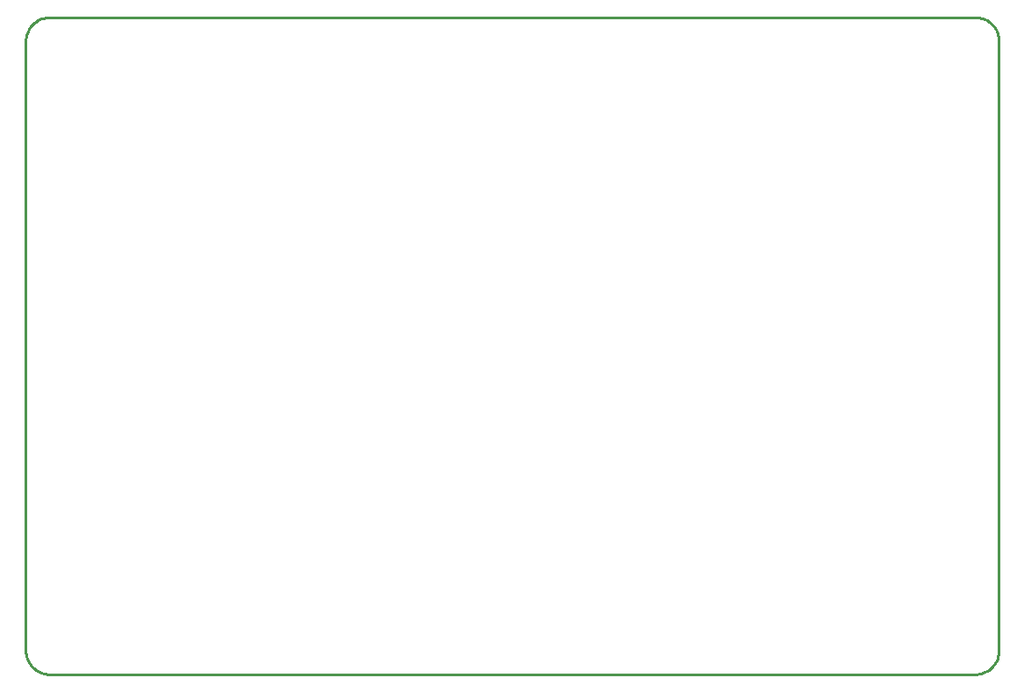
<source format=gbr>
G04 EAGLE Gerber RS-274X export*
G75*
%MOMM*%
%FSLAX34Y34*%
%LPD*%
%IN*%
%IPPOS*%
%AMOC8*
5,1,8,0,0,1.08239X$1,22.5*%
G01*
%ADD10C,0.254000*%


D10*
X0Y23221D02*
X88Y21197D01*
X353Y19189D01*
X791Y17211D01*
X1400Y15279D01*
X2176Y13407D01*
X3111Y11611D01*
X4199Y9902D01*
X5433Y8295D01*
X6801Y6801D01*
X8295Y5433D01*
X9902Y4199D01*
X11611Y3111D01*
X13407Y2176D01*
X15279Y1400D01*
X17211Y791D01*
X19189Y353D01*
X21197Y88D01*
X23221Y0D01*
X916579Y0D01*
X918603Y88D01*
X920611Y353D01*
X922589Y791D01*
X924521Y1400D01*
X926393Y2176D01*
X928190Y3111D01*
X929898Y4199D01*
X931505Y5433D01*
X932999Y6801D01*
X934367Y8295D01*
X935601Y9902D01*
X936689Y11611D01*
X937624Y13407D01*
X938400Y15279D01*
X939009Y17211D01*
X939447Y19189D01*
X939712Y21197D01*
X939800Y23221D01*
X939800Y611779D01*
X939712Y613803D01*
X939447Y615811D01*
X939009Y617789D01*
X938400Y619721D01*
X937624Y621593D01*
X936689Y623390D01*
X935601Y625098D01*
X934367Y626705D01*
X932999Y628199D01*
X931505Y629567D01*
X929898Y630801D01*
X928190Y631889D01*
X926393Y632824D01*
X924521Y633600D01*
X922589Y634209D01*
X920611Y634647D01*
X918603Y634912D01*
X916579Y635000D01*
X23221Y635000D01*
X21197Y634912D01*
X19189Y634647D01*
X17211Y634209D01*
X15279Y633600D01*
X13407Y632824D01*
X11611Y631889D01*
X9902Y630801D01*
X8295Y629567D01*
X6801Y628199D01*
X5433Y626705D01*
X4199Y625098D01*
X3111Y623390D01*
X2176Y621593D01*
X1400Y619721D01*
X791Y617789D01*
X353Y615811D01*
X88Y613803D01*
X0Y611779D01*
X0Y23221D01*
M02*

</source>
